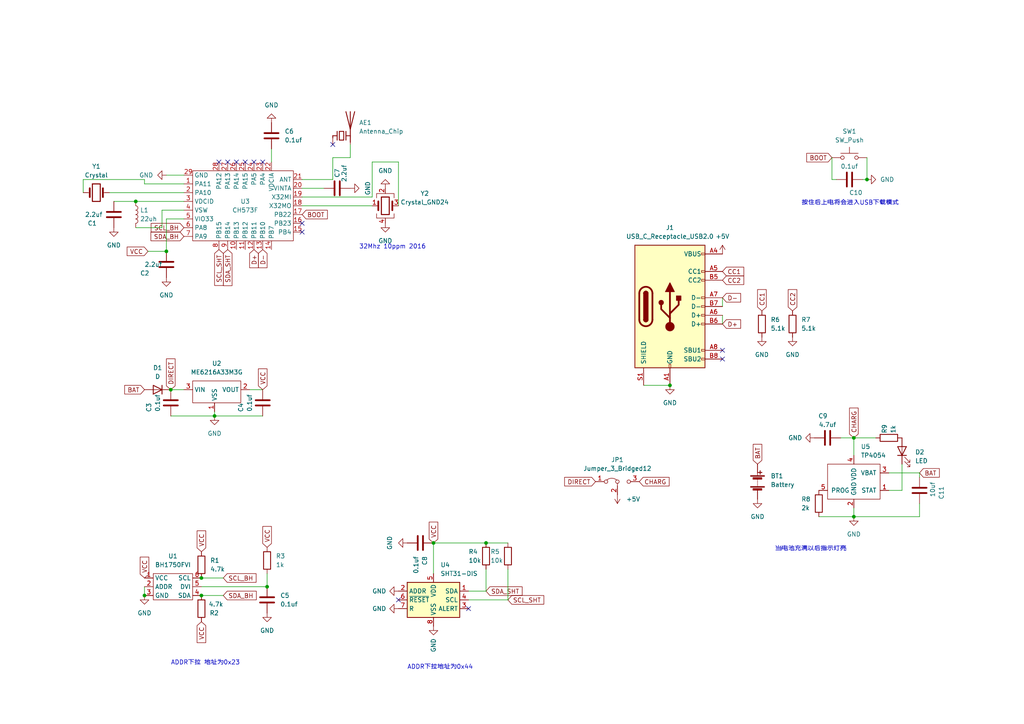
<source format=kicad_sch>
(kicad_sch (version 20211123) (generator eeschema)
  (paper "A4")
  (lib_symbols
    (symbol "BLab:BH1750FVI"
      (property "Reference" "U" (at 0 6.35 0))
      (property "Value" "BH1750FVI" (at 0 3.81 0))
      (symbol "BH1750FVI_0_1"
        (rectangle (start -6.35 2.54) (end 5.08 -5.08))
      )
      (symbol "BH1750FVI_1_1"
        (pin input line (at -8.89 1.27 0) (length 2.54) (name "VCC") (number "1"))
        (pin input line (at -8.89 -1.27 0) (length 2.54) (name "ADDR") (number "2"))
        (pin input line (at -8.89 -3.81 0) (length 2.54) (name "GND") (number "3"))
        (pin input line (at 7.62 -3.81 180) (length 2.54) (name "SDA") (number "4"))
        (pin input line (at 7.62 -1.27 180) (length 2.54) (name "DVI") (number "5"))
        (pin input line (at 7.62 1.27 180) (length 2.54) (name "SCL") (number "6"))
      )
    )
    (symbol "BLab:ME6216A33M3G"
      (property "Reference" "U" (at 0 6.35 0))
      (property "Value" "ME6216A33M3G" (at 0 3.81 0))
      (symbol "ME6216A33M3G_0_1"
        (rectangle (start -6.35 2.54) (end 7.62 -3.81))
      )
      (symbol "ME6216A33M3G_1_1"
        (pin passive line (at 0 -6.35 90) (length 2.54) (name "VSS") (number "1"))
        (pin passive line (at 10.16 0 180) (length 2.54) (name "VOUT") (number "2"))
        (pin passive line (at -8.89 0 0) (length 2.54) (name "VIN") (number "3"))
      )
    )
    (symbol "CH573F_1"
      (property "Reference" "U" (at 0 0 0))
      (property "Value" "CH573F_1" (at 0 2.54 0))
      (symbol "CH573F_1_0_1"
        (rectangle (start -15.24 11.43) (end 13.97 -8.89))
      )
      (symbol "CH573F_1_1_1"
        (pin passive line (at -17.78 7.62 0) (length 2.54) (name "PA11") (number "1"))
        (pin passive line (at -2.54 -11.43 90) (length 2.54) (name "PB13") (number "10"))
        (pin passive line (at 0 -11.43 90) (length 2.54) (name "PB12") (number "11"))
        (pin passive line (at 2.54 -11.43 90) (length 2.54) (name "PB11") (number "12"))
        (pin passive line (at 5.08 -11.43 90) (length 2.54) (name "PB10") (number "13"))
        (pin passive line (at 7.62 -11.43 90) (length 2.54) (name "PB7") (number "14"))
        (pin passive line (at 16.51 -6.35 180) (length 2.54) (name "PB4") (number "15"))
        (pin passive line (at 16.51 -3.81 180) (length 2.54) (name "PB23") (number "16"))
        (pin passive line (at 16.51 -1.27 180) (length 2.54) (name "PB22") (number "17"))
        (pin passive line (at 16.51 1.27 180) (length 2.54) (name "X32MO") (number "18"))
        (pin passive line (at 16.51 3.81 180) (length 2.54) (name "X32MI") (number "19"))
        (pin passive line (at -17.78 5.08 0) (length 2.54) (name "PA10") (number "2"))
        (pin passive line (at 16.51 6.35 180) (length 2.54) (name "VINTA") (number "20"))
        (pin passive line (at 16.51 8.89 180) (length 2.54) (name "ANT") (number "21"))
        (pin passive line (at 7.62 13.97 270) (length 2.54) (name "VDCIA") (number "22"))
        (pin passive line (at 5.08 13.97 270) (length 2.54) (name "PA4") (number "23"))
        (pin passive line (at 2.54 13.97 270) (length 2.54) (name "PA5") (number "24"))
        (pin passive line (at 0 13.97 270) (length 2.54) (name "PA15") (number "25"))
        (pin passive line (at -2.54 13.97 270) (length 2.54) (name "PA14") (number "26"))
        (pin passive line (at -5.08 13.97 270) (length 2.54) (name "PA13") (number "27"))
        (pin passive line (at -7.62 13.97 270) (length 2.54) (name "PA12") (number "28"))
        (pin passive line (at -17.78 10.16 0) (length 2.54) (name "GND") (number "29"))
        (pin passive line (at -17.78 2.54 0) (length 2.54) (name "VDCID") (number "3"))
        (pin passive line (at -17.78 0 0) (length 2.54) (name "VSW") (number "4"))
        (pin passive line (at -17.78 -2.54 0) (length 2.54) (name "VIO33") (number "5"))
        (pin passive line (at -17.78 -5.08 0) (length 2.54) (name "PA8") (number "6"))
        (pin passive line (at -17.78 -7.62 0) (length 2.54) (name "PA9") (number "7"))
        (pin passive line (at -7.62 -11.43 90) (length 2.54) (name "PB15") (number "8"))
        (pin passive line (at -5.08 -11.43 90) (length 2.54) (name "PB14") (number "9"))
      )
    )
    (symbol "Connector:USB_C_Receptacle_USB2.0" (pin_names (offset 1.016))
      (property "Reference" "J" (at -10.16 19.05 0))
      (property "Value" "USB_C_Receptacle_USB2.0" (at 19.05 19.05 0))
      (symbol "USB_C_Receptacle_USB2.0_0_0"
        (rectangle (start -0.254 -17.78) (end 0.254 -16.764))
        (rectangle (start 10.16 -14.986) (end 9.144 -15.494))
        (rectangle (start 10.16 -12.446) (end 9.144 -12.954))
        (rectangle (start 10.16 -4.826) (end 9.144 -5.334))
        (rectangle (start 10.16 -2.286) (end 9.144 -2.794))
        (rectangle (start 10.16 0.254) (end 9.144 -0.254))
        (rectangle (start 10.16 2.794) (end 9.144 2.286))
        (rectangle (start 10.16 7.874) (end 9.144 7.366))
        (rectangle (start 10.16 10.414) (end 9.144 9.906))
        (rectangle (start 10.16 15.494) (end 9.144 14.986))
      )
      (symbol "USB_C_Receptacle_USB2.0_0_1"
        (rectangle (start -10.16 17.78) (end 10.16 -17.78) (stroke (width 0.254)) (fill (type background)))
        (arc (start -8.89 -3.81) (mid -6.985 -5.715) (end -5.08 -3.81) (stroke (width 0.508)))
        (arc (start -7.62 -3.81) (mid -6.985 -4.445) (end -6.35 -3.81) (stroke (width 0.254)))
        (arc (start -7.62 -3.81) (mid -6.985 -4.445) (end -6.35 -3.81) (stroke (width 0.254)) (fill (type outline)))
        (rectangle (start -7.62 -3.81) (end -6.35 3.81) (stroke (width 0.254)) (fill (type outline)))
        (arc (start -6.35 3.81) (mid -6.985 4.445) (end -7.62 3.81) (stroke (width 0.254)))
        (arc (start -6.35 3.81) (mid -6.985 4.445) (end -7.62 3.81) (stroke (width 0.254)) (fill (type outline)))
        (arc (start -5.08 3.81) (mid -6.985 5.715) (end -8.89 3.81) (stroke (width 0.508)))
        (circle (center -2.54 1.143) (radius 0.635) (stroke (width 0.254)) (fill (type outline)))
        (circle (center 0 -5.842) (radius 1.27) (fill (type outline)))
        (polyline (pts (xy -8.89 -3.81) (xy -8.89 3.81)) (stroke (width 0.508)))
        (polyline (pts (xy -5.08 3.81) (xy -5.08 -3.81)) (stroke (width 0.508)))
        (polyline (pts (xy 0 -5.842) (xy 0 4.318)) (stroke (width 0.508)))
        (polyline (pts (xy 0 -3.302) (xy -2.54 -0.762) (xy -2.54 0.508)) (stroke (width 0.508)))
        (polyline (pts (xy 0 -2.032) (xy 2.54 0.508) (xy 2.54 1.778)) (stroke (width 0.508)))
        (polyline (pts (xy -1.27 4.318) (xy 0 6.858) (xy 1.27 4.318) (xy -1.27 4.318)) (stroke (width 0.254)) (fill (type outline)))
        (rectangle (start 1.905 1.778) (end 3.175 3.048) (stroke (width 0.254)) (fill (type outline)))
      )
      (symbol "USB_C_Receptacle_USB2.0_1_1"
        (pin passive line (at 0 -22.86 90) (length 5.08) (name "GND") (number "A1"))
        (pin passive line (at 0 -22.86 90) (length 5.08) hide (name "GND") (number "A12"))
        (pin passive line (at 15.24 15.24 180) (length 5.08) (name "VBUS") (number "A4"))
        (pin bidirectional line (at 15.24 10.16 180) (length 5.08) (name "CC1") (number "A5"))
        (pin bidirectional line (at 15.24 -2.54 180) (length 5.08) (name "D+") (number "A6"))
        (pin bidirectional line (at 15.24 2.54 180) (length 5.08) (name "D-") (number "A7"))
        (pin bidirectional line (at 15.24 -12.7 180) (length 5.08) (name "SBU1") (number "A8"))
        (pin passive line (at 15.24 15.24 180) (length 5.08) hide (name "VBUS") (number "A9"))
        (pin passive line (at 0 -22.86 90) (length 5.08) hide (name "GND") (number "B1"))
        (pin passive line (at 0 -22.86 90) (length 5.08) hide (name "GND") (number "B12"))
        (pin passive line (at 15.24 15.24 180) (length 5.08) hide (name "VBUS") (number "B4"))
        (pin bidirectional line (at 15.24 7.62 180) (length 5.08) (name "CC2") (number "B5"))
        (pin bidirectional line (at 15.24 -5.08 180) (length 5.08) (name "D+") (number "B6"))
        (pin bidirectional line (at 15.24 0 180) (length 5.08) (name "D-") (number "B7"))
        (pin bidirectional line (at 15.24 -15.24 180) (length 5.08) (name "SBU2") (number "B8"))
        (pin passive line (at 15.24 15.24 180) (length 5.08) hide (name "VBUS") (number "B9"))
        (pin passive line (at -7.62 -22.86 90) (length 5.08) (name "SHIELD") (number "S1"))
      )
    )
    (symbol "Device:Antenna_Chip" (pin_numbers hide) (pin_names (offset 1.016) hide)
      (property "Reference" "AE" (at 0 5.08 0))
      (property "Value" "Antenna_Chip" (at 0 3.175 0))
      (symbol "Antenna_Chip_0_1"
        (polyline (pts (xy -2.54 0) (xy -2.54 -0.635)) (stroke (width 0.254)))
        (polyline (pts (xy -2.54 0) (xy -1.27 0)) (stroke (width 0.254)))
        (polyline (pts (xy 1.27 0) (xy 2.54 0)) (stroke (width 0.254)))
        (polyline (pts (xy 1.27 1.27) (xy 1.27 -1.27)) (stroke (width 0.254)))
        (polyline (pts (xy 2.54 -0.635) (xy 2.54 0)))
        (polyline (pts (xy 2.54 6.985) (xy 2.54 -1.905)) (stroke (width 0.254)))
        (polyline (pts (xy -1.27 1.27) (xy -1.27 -1.27) (xy -1.27 0)) (stroke (width 0.254)))
        (polyline (pts (xy 3.81 6.985) (xy 2.54 1.905) (xy 1.27 6.985)) (stroke (width 0.254)))
        (polyline (pts (xy -0.635 1.27) (xy 0.635 1.27) (xy 0.635 -1.27) (xy -0.635 -1.27) (xy -0.635 1.27)) (stroke (width 0.254)))
      )
      (symbol "Antenna_Chip_1_1"
        (pin input line (at -2.54 -2.54 90) (length 2.54) (name "FEED") (number "1"))
        (pin passive line (at 2.54 -2.54 90) (length 2.54) (name "PCB_Trace") (number "2"))
      )
    )
    (symbol "Device:Battery" (pin_numbers hide) (pin_names (offset 0) hide)
      (property "Reference" "BT" (at 2.54 2.54 0))
      (property "Value" "Battery" (at 2.54 0 0))
      (symbol "Battery_0_1"
        (rectangle (start -2.032 -1.397) (end 2.032 -1.651) (fill (type outline)))
        (rectangle (start -2.032 1.778) (end 2.032 1.524) (fill (type outline)))
        (rectangle (start -1.3208 -1.9812) (end 1.27 -2.4892) (fill (type outline)))
        (rectangle (start -1.3208 1.1938) (end 1.27 0.6858) (fill (type outline)))
        (polyline (pts (xy 0 -1.524) (xy 0 -1.27)))
        (polyline (pts (xy 0 -1.016) (xy 0 -0.762)))
        (polyline (pts (xy 0 -0.508) (xy 0 -0.254)))
        (polyline (pts (xy 0 0) (xy 0 0.254)))
        (polyline (pts (xy 0 0.508) (xy 0 0.762)))
        (polyline (pts (xy 0 1.778) (xy 0 2.54)))
        (polyline (pts (xy 0.254 2.667) (xy 1.27 2.667)) (stroke (width 0.254)))
        (polyline (pts (xy 0.762 3.175) (xy 0.762 2.159)) (stroke (width 0.254)))
      )
      (symbol "Battery_1_1"
        (pin passive line (at 0 5.08 270) (length 2.54) (name "+") (number "1"))
        (pin passive line (at 0 -5.08 90) (length 2.54) (name "-") (number "2"))
      )
    )
    (symbol "Device:C" (pin_numbers hide) (pin_names (offset 0.254))
      (property "Reference" "C" (at 0.635 2.54 0))
      (property "Value" "C" (at 0.635 -2.54 0))
      (symbol "C_0_1"
        (polyline (pts (xy -2.032 -0.762) (xy 2.032 -0.762)) (stroke (width 0.508)))
        (polyline (pts (xy -2.032 0.762) (xy 2.032 0.762)) (stroke (width 0.508)))
      )
      (symbol "C_1_1"
        (pin passive line (at 0 3.81 270) (length 2.794) (name "~") (number "1"))
        (pin passive line (at 0 -3.81 90) (length 2.794) (name "~") (number "2"))
      )
    )
    (symbol "Device:Crystal" (pin_numbers hide) (pin_names (offset 1.016) hide)
      (property "Reference" "Y" (at 0 3.81 0))
      (property "Value" "Crystal" (at 0 -3.81 0))
      (symbol "Crystal_0_1"
        (rectangle (start -1.143 2.54) (end 1.143 -2.54) (stroke (width 0.3048)))
        (polyline (pts (xy -2.54 0) (xy -1.905 0)))
        (polyline (pts (xy -1.905 -1.27) (xy -1.905 1.27)) (stroke (width 0.508)))
        (polyline (pts (xy 1.905 -1.27) (xy 1.905 1.27)) (stroke (width 0.508)))
        (polyline (pts (xy 2.54 0) (xy 1.905 0)))
      )
      (symbol "Crystal_1_1"
        (pin passive line (at -3.81 0 0) (length 1.27) (name "1") (number "1"))
        (pin passive line (at 3.81 0 180) (length 1.27) (name "2") (number "2"))
      )
    )
    (symbol "Device:Crystal_GND24" (pin_names (offset 1.016) hide)
      (property "Reference" "Y" (at 3.175 5.08 0))
      (property "Value" "Crystal_GND24" (at 3.175 3.175 0))
      (symbol "Crystal_GND24_0_1"
        (rectangle (start -1.143 2.54) (end 1.143 -2.54) (stroke (width 0.3048)))
        (polyline (pts (xy -2.54 0) (xy -2.032 0)))
        (polyline (pts (xy -2.032 -1.27) (xy -2.032 1.27)) (stroke (width 0.508)))
        (polyline (pts (xy 0 -3.81) (xy 0 -3.556)))
        (polyline (pts (xy 0 3.556) (xy 0 3.81)))
        (polyline (pts (xy 2.032 -1.27) (xy 2.032 1.27)) (stroke (width 0.508)))
        (polyline (pts (xy 2.032 0) (xy 2.54 0)))
        (polyline (pts (xy -2.54 -2.286) (xy -2.54 -3.556) (xy 2.54 -3.556) (xy 2.54 -2.286)))
        (polyline (pts (xy -2.54 2.286) (xy -2.54 3.556) (xy 2.54 3.556) (xy 2.54 2.286)))
      )
      (symbol "Crystal_GND24_1_1"
        (pin passive line (at -3.81 0 0) (length 1.27) (name "1") (number "1"))
        (pin passive line (at 0 5.08 270) (length 1.27) (name "2") (number "2"))
        (pin passive line (at 3.81 0 180) (length 1.27) (name "3") (number "3"))
        (pin passive line (at 0 -5.08 90) (length 1.27) (name "4") (number "4"))
      )
    )
    (symbol "Device:D" (pin_numbers hide) (pin_names (offset 1.016) hide)
      (property "Reference" "D" (at 0 2.54 0))
      (property "Value" "D" (at 0 -2.54 0))
      (symbol "D_0_1"
        (polyline (pts (xy -1.27 1.27) (xy -1.27 -1.27)) (stroke (width 0.254)))
        (polyline (pts (xy 1.27 0) (xy -1.27 0)))
        (polyline (pts (xy 1.27 1.27) (xy 1.27 -1.27) (xy -1.27 0) (xy 1.27 1.27)) (stroke (width 0.254)))
      )
      (symbol "D_1_1"
        (pin passive line (at -3.81 0 0) (length 2.54) (name "K") (number "1"))
        (pin passive line (at 3.81 0 180) (length 2.54) (name "A") (number "2"))
      )
    )
    (symbol "Device:L" (pin_numbers hide) (pin_names (offset 1.016) hide)
      (property "Reference" "L" (at -1.27 0 90))
      (property "Value" "L" (at 1.905 0 90))
      (symbol "L_0_1"
        (arc (start 0 -2.54) (mid 0.635 -1.905) (end 0 -1.27))
        (arc (start 0 -1.27) (mid 0.635 -0.635) (end 0 0))
        (arc (start 0 0) (mid 0.635 0.635) (end 0 1.27))
        (arc (start 0 1.27) (mid 0.635 1.905) (end 0 2.54))
      )
      (symbol "L_1_1"
        (pin passive line (at 0 3.81 270) (length 1.27) (name "1") (number "1"))
        (pin passive line (at 0 -3.81 90) (length 1.27) (name "2") (number "2"))
      )
    )
    (symbol "Device:LED" (pin_numbers hide) (pin_names (offset 1.016) hide)
      (property "Reference" "D" (at 0 2.54 0))
      (property "Value" "LED" (at 0 -2.54 0))
      (symbol "LED_0_1"
        (polyline (pts (xy -1.27 -1.27) (xy -1.27 1.27)) (stroke (width 0.254)))
        (polyline (pts (xy -1.27 0) (xy 1.27 0)))
        (polyline (pts (xy 1.27 -1.27) (xy 1.27 1.27) (xy -1.27 0) (xy 1.27 -1.27)) (stroke (width 0.254)))
        (polyline (pts (xy -3.048 -0.762) (xy -4.572 -2.286) (xy -3.81 -2.286) (xy -4.572 -2.286) (xy -4.572 -1.524)))
        (polyline (pts (xy -1.778 -0.762) (xy -3.302 -2.286) (xy -2.54 -2.286) (xy -3.302 -2.286) (xy -3.302 -1.524)))
      )
      (symbol "LED_1_1"
        (pin passive line (at -3.81 0 0) (length 2.54) (name "K") (number "1"))
        (pin passive line (at 3.81 0 180) (length 2.54) (name "A") (number "2"))
      )
    )
    (symbol "Device:R" (pin_numbers hide) (pin_names (offset 0))
      (property "Reference" "R" (at 2.032 0 90))
      (property "Value" "R" (at 0 0 90))
      (symbol "R_0_1"
        (rectangle (start -1.016 -2.54) (end 1.016 2.54) (stroke (width 0.254)))
      )
      (symbol "R_1_1"
        (pin passive line (at 0 3.81 270) (length 1.27) (name "~") (number "1"))
        (pin passive line (at 0 -3.81 90) (length 1.27) (name "~") (number "2"))
      )
    )
    (symbol "Jumper:Jumper_3_Bridged12" (pin_names (offset 0) hide)
      (property "Reference" "JP" (at -2.54 -2.54 0))
      (property "Value" "Jumper_3_Bridged12" (at 0 2.794 0))
      (symbol "Jumper_3_Bridged12_0_0"
        (circle (center -3.302 0) (radius 0.508))
        (circle (center 0 0) (radius 0.508))
        (circle (center 3.302 0) (radius 0.508))
      )
      (symbol "Jumper_3_Bridged12_0_1"
        (arc (start -0.254 0.508) (mid -1.651 0.9912) (end -3.048 0.508))
        (polyline (pts (xy 0 -1.27) (xy 0 -0.508)))
      )
      (symbol "Jumper_3_Bridged12_1_1"
        (pin passive line (at -6.35 0 0) (length 2.54) (name "A") (number "1"))
        (pin passive line (at 0 -3.81 90) (length 2.54) (name "C") (number "2"))
        (pin passive line (at 6.35 0 180) (length 2.54) (name "B") (number "3"))
      )
    )
    (symbol "Sensor_Humidity:SHT31-DIS"
      (property "Reference" "U" (at -6.35 6.35 0))
      (property "Value" "SHT31-DIS" (at 6.35 6.35 0))
      (symbol "SHT31-DIS_0_1"
        (rectangle (start -7.62 5.08) (end 7.62 -5.08) (stroke (width 0.254)) (fill (type background)))
      )
      (symbol "SHT31-DIS_1_1"
        (pin bidirectional line (at 10.16 2.54 180) (length 2.54) (name "SDA") (number "1"))
        (pin input line (at -10.16 2.54 0) (length 2.54) (name "ADDR") (number "2"))
        (pin output line (at 10.16 -2.54 180) (length 2.54) (name "ALERT") (number "3"))
        (pin input line (at 10.16 0 180) (length 2.54) (name "SCL") (number "4"))
        (pin power_in line (at 0 7.62 270) (length 2.54) (name "VDD") (number "5"))
        (pin input line (at -10.16 0 0) (length 2.54) (name "~{RESET}") (number "6"))
        (pin passive line (at -10.16 -2.54 0) (length 2.54) (name "R") (number "7"))
        (pin power_in line (at 0 -7.62 90) (length 2.54) (name "VSS") (number "8"))
        (pin passive line (at 0 -7.62 90) (length 2.54) hide (name "VSS") (number "9"))
      )
    )
    (symbol "Switch:SW_Push" (pin_numbers hide) (pin_names (offset 1.016) hide)
      (property "Reference" "SW" (at 1.27 2.54 0))
      (property "Value" "SW_Push" (at 0 -1.524 0))
      (symbol "SW_Push_0_1"
        (circle (center -2.032 0) (radius 0.508))
        (polyline (pts (xy 0 1.27) (xy 0 3.048)))
        (polyline (pts (xy 2.54 1.27) (xy -2.54 1.27)))
        (circle (center 2.032 0) (radius 0.508))
        (pin passive line (at -5.08 0 0) (length 2.54) (name "1") (number "1"))
        (pin passive line (at 5.08 0 180) (length 2.54) (name "2") (number "2"))
      )
    )
    (symbol "my:TP4054" (pin_names (offset 1.016))
      (property "Reference" "U" (at -5.08 7.62 0))
      (property "Value" "TP4054" (at -5.08 5.08 0))
      (symbol "TP4054_0_1"
        (rectangle (start -7.62 3.81) (end 7.62 -6.35))
      )
      (symbol "TP4054_1_1"
        (pin passive line (at 10.16 -3.81 180) (length 2.54) (name "STAT") (number "1"))
        (pin passive line (at 0 -8.89 90) (length 2.54) (name "GND") (number "2"))
        (pin passive line (at 10.16 1.27 180) (length 2.54) (name "VBAT") (number "3"))
        (pin passive line (at 0 6.35 270) (length 2.54) (name "VDD") (number "4"))
        (pin passive line (at -10.16 -3.81 0) (length 2.54) (name "PROG") (number "5"))
      )
    )
    (symbol "power:+5V" (power) (pin_names (offset 0))
      (property "Value" "+5V" (at 0 3.556 0))
      (symbol "+5V_0_1"
        (polyline (pts (xy -0.762 1.27) (xy 0 2.54)))
        (polyline (pts (xy 0 0) (xy 0 2.54)))
        (polyline (pts (xy 0 2.54) (xy 0.762 1.27)))
      )
      (symbol "+5V_1_1"
        (pin power_in line (at 0 0 90) (length 0) hide (name "+5V") (number "1"))
      )
    )
    (symbol "power:GND" (power) (pin_names (offset 0))
      (property "Value" "GND" (at 0 -3.81 0))
      (symbol "GND_0_1"
        (polyline (pts (xy 0 0) (xy 0 -1.27) (xy 1.27 -1.27) (xy 0 -2.54) (xy -1.27 -1.27) (xy 0 -1.27)))
      )
      (symbol "GND_1_1"
        (pin power_in line (at 0 0 270) (length 0) hide (name "GND") (number "1"))
      )
    )
  )
  (junction (at 125.73 157.48))
  (junction (at 39.37 58.42))
  (junction (at 247.65 127))
  (junction (at 58.42 167.64))
  (junction (at 58.42 172.72))
  (junction (at 77.47 170.18))
  (junction (at 194.31 111.76))
  (junction (at 48.26 72.898))
  (junction (at 62.23 120.65))
  (junction (at 41.91 172.72))
  (junction (at 251.46 52.07))
  (junction (at 140.97 157.48))
  (junction (at 247.65 149.86))
  (junction (at 49.53 113.03))
  (no_connect (at 87.63 64.77))
  (no_connect (at 87.63 67.31))
  (no_connect (at 209.55 101.6))
  (no_connect (at 209.55 104.14))
  (no_connect (at 96.52 41.91))
  (no_connect (at 115.57 173.99))
  (no_connect (at 73.66 46.99))
  (no_connect (at 71.12 46.99))
  (no_connect (at 68.58 46.99))
  (no_connect (at 66.04 46.99))
  (no_connect (at 63.5 46.99))
  (no_connect (at 76.2 46.99))
  (no_connect (at 135.89 176.53))
  (wire (pts (xy 125.73 157.48) (xy 140.97 157.48)))
  (wire (pts (xy 140.97 171.45) (xy 135.89 171.45)))
  (wire (pts (xy 87.63 57.15) (xy 107.95 57.15)))
  (wire (pts (xy 247.65 127) (xy 243.84 127)))
  (wire (pts (xy 42.926 72.898) (xy 48.26 72.898)))
  (wire (pts (xy 62.23 119.38) (xy 62.23 120.65)))
  (wire (pts (xy 72.39 113.03) (xy 76.2 113.03)))
  (wire (pts (xy 78.74 43.18) (xy 78.74 46.99)))
  (wire (pts (xy 147.32 173.99) (xy 147.32 165.1)))
  (wire (pts (xy 62.23 120.65) (xy 76.2 120.65)))
  (wire (pts (xy 209.55 86.36) (xy 209.55 88.9)))
  (wire (pts (xy 53.34 63.5) (xy 48.26 63.5)))
  (wire (pts (xy 87.63 59.69) (xy 107.95 59.69)))
  (wire (pts (xy 107.95 46.99) (xy 115.57 46.99)))
  (wire (pts (xy 250.19 52.07) (xy 251.46 52.07)))
  (wire (pts (xy 251.46 45.72) (xy 251.46 52.07)))
  (wire (pts (xy 266.7 146.05) (xy 266.7 149.86)))
  (wire (pts (xy 31.75 55.88) (xy 53.34 55.88)))
  (wire (pts (xy 77.47 170.18) (xy 77.47 166.37)))
  (wire (pts (xy 39.37 66.04) (xy 46.99 66.04)))
  (wire (pts (xy 41.91 52.07) (xy 41.91 53.34)))
  (wire (pts (xy 261.62 142.24) (xy 261.62 134.62)))
  (wire (pts (xy 257.81 137.16) (xy 266.7 137.16)))
  (wire (pts (xy 96.52 45.72) (xy 96.52 52.07)))
  (wire (pts (xy 247.65 132.08) (xy 247.65 127)))
  (wire (pts (xy 101.6 45.72) (xy 96.52 45.72)))
  (wire (pts (xy 247.65 127) (xy 254 127)))
  (wire (pts (xy 266.7 149.86) (xy 247.65 149.86)))
  (wire (pts (xy 46.99 60.96) (xy 53.34 60.96)))
  (wire (pts (xy 125.73 166.37) (xy 125.73 157.48)))
  (wire (pts (xy 41.91 53.34) (xy 53.34 53.34)))
  (wire (pts (xy 48.26 50.8) (xy 53.34 50.8)))
  (wire (pts (xy 48.26 63.5) (xy 48.26 72.898)))
  (wire (pts (xy 266.7 137.16) (xy 266.7 138.43)))
  (wire (pts (xy 87.63 52.07) (xy 96.52 52.07)))
  (wire (pts (xy 24.13 52.07) (xy 41.91 52.07)))
  (wire (pts (xy 58.42 172.72) (xy 64.77 172.72)))
  (wire (pts (xy 241.3 52.07) (xy 242.57 52.07)))
  (wire (pts (xy 247.65 149.86) (xy 247.65 147.32)))
  (wire (pts (xy 135.89 173.99) (xy 147.32 173.99)))
  (wire (pts (xy 237.49 149.86) (xy 247.65 149.86)))
  (wire (pts (xy 33.02 58.42) (xy 39.37 58.42)))
  (wire (pts (xy 46.99 66.04) (xy 46.99 60.96)))
  (wire (pts (xy 257.81 142.24) (xy 261.62 142.24)))
  (wire (pts (xy 24.13 52.07) (xy 24.13 55.88)))
  (wire (pts (xy 41.91 170.18) (xy 41.91 172.72)))
  (wire (pts (xy 140.97 157.48) (xy 147.32 157.48)))
  (wire (pts (xy 58.42 170.18) (xy 77.47 170.18)))
  (wire (pts (xy 107.95 57.15) (xy 107.95 46.99)))
  (wire (pts (xy 49.53 113.03) (xy 53.34 113.03)))
  (wire (pts (xy 115.57 46.99) (xy 115.57 59.69)))
  (wire (pts (xy 49.53 120.65) (xy 62.23 120.65)))
  (wire (pts (xy 241.3 45.72) (xy 241.3 52.07)))
  (wire (pts (xy 186.69 111.76) (xy 194.31 111.76)))
  (wire (pts (xy 140.97 165.1) (xy 140.97 171.45)))
  (wire (pts (xy 209.55 91.44) (xy 209.55 93.98)))
  (wire (pts (xy 39.37 58.42) (xy 53.34 58.42)))
  (wire (pts (xy 87.63 54.61) (xy 93.98 54.61)))
  (wire (pts (xy 101.6 41.91) (xy 101.6 45.72)))
  (wire (pts (xy 58.42 167.64) (xy 64.77 167.64)))
  (text "按住后上电将会进入USB下载模式" (at 232.41 59.69 0) (effects (font (size 1.27 1.27)) (justify left bottom)))
  (text "ADDR下拉 地址为0x23" (at 49.53 193.04 0) (effects (font (size 1.27 1.27)) (justify left bottom)))
  (text "ADDR下拉地址为0x44" (at 118.11 194.31 0) (effects (font (size 1.27 1.27)) (justify left bottom)))
  (text "32Mhz 10ppm 2016" (at 104.14 72.39 0) (effects (font (size 1.27 1.27)) (justify left bottom)))
  (text "当电池充满以后指示灯亮" (at 224.79 160.02 0) (effects (font (size 1.27 1.27)) (justify left bottom)))
  (global_label "SDA_BH" (shape input) (at 64.77 172.72 0) (property "Intersheet References" "${INTERSHEET_REFS}" (effects hide)))
  (global_label "BAT" (shape input) (at 219.71 134.62 90) (property "Intersheet References" "${INTERSHEET_REFS}" (effects hide)))
  (global_label "D-" (shape input) (at 76.2 72.39 270) (property "Intersheet References" "${INTERSHEET_REFS}" (effects hide)))
  (global_label "CHARG" (shape input) (at 247.65 127 90) (property "Intersheet References" "${INTERSHEET_REFS}" (effects hide)))
  (global_label "CC1" (shape input) (at 220.98 90.17 90) (property "Intersheet References" "${INTERSHEET_REFS}" (effects hide)))
  (global_label "VCC" (shape input) (at 58.42 160.02 90) (property "Intersheet References" "${INTERSHEET_REFS}" (effects hide)))
  (global_label "BAT" (shape input) (at 41.91 113.03 180) (property "Intersheet References" "${INTERSHEET_REFS}" (effects hide)))
  (global_label "VCC" (shape input) (at 42.926 72.898 180) (property "Intersheet References" "${INTERSHEET_REFS}" (effects hide)))
  (global_label "SCL_BH" (shape input) (at 64.77 167.64 0) (property "Intersheet References" "${INTERSHEET_REFS}" (effects hide)))
  (global_label "CC2" (shape input) (at 209.55 81.28 0) (property "Intersheet References" "${INTERSHEET_REFS}" (effects hide)))
  (global_label "VCC" (shape input) (at 58.42 180.34 270) (property "Intersheet References" "${INTERSHEET_REFS}" (effects hide)))
  (global_label "SCL_SHT" (shape input) (at 63.5 72.39 270) (property "Intersheet References" "${INTERSHEET_REFS}" (effects hide)))
  (global_label "DIRECT" (shape input) (at 49.53 113.03 90) (property "Intersheet References" "${INTERSHEET_REFS}" (effects hide)))
  (global_label "BOOT" (shape input) (at 241.3 45.72 180) (property "Intersheet References" "${INTERSHEET_REFS}" (effects hide)))
  (global_label "VCC" (shape input) (at 76.2 113.03 90) (property "Intersheet References" "${INTERSHEET_REFS}" (effects hide)))
  (global_label "CC2" (shape input) (at 229.87 90.17 90) (property "Intersheet References" "${INTERSHEET_REFS}" (effects hide)))
  (global_label "D+" (shape input) (at 73.66 72.39 270) (property "Intersheet References" "${INTERSHEET_REFS}" (effects hide)))
  (global_label "VCC" (shape input) (at 41.91 167.64 90) (property "Intersheet References" "${INTERSHEET_REFS}" (effects hide)))
  (global_label "SCL_SHT" (shape input) (at 147.32 173.99 0) (property "Intersheet References" "${INTERSHEET_REFS}" (effects hide)))
  (global_label "BOOT" (shape input) (at 87.63 62.23 0) (property "Intersheet References" "${INTERSHEET_REFS}" (effects hide)))
  (global_label "SCL_BH" (shape input) (at 53.34 66.04 180) (property "Intersheet References" "${INTERSHEET_REFS}" (effects hide)))
  (global_label "CHARG" (shape input) (at 185.42 139.7 0) (property "Intersheet References" "${INTERSHEET_REFS}" (effects hide)))
  (global_label "D+" (shape input) (at 209.55 93.98 0) (property "Intersheet References" "${INTERSHEET_REFS}" (effects hide)))
  (global_label "VCC" (shape input) (at 77.47 158.75 90) (property "Intersheet References" "${INTERSHEET_REFS}" (effects hide)))
  (global_label "SDA_SHT" (shape input) (at 140.97 171.45 0) (property "Intersheet References" "${INTERSHEET_REFS}" (effects hide)))
  (global_label "SDA_BH" (shape input) (at 53.34 68.58 180) (property "Intersheet References" "${INTERSHEET_REFS}" (effects hide)))
  (global_label "SDA_SHT" (shape input) (at 66.04 72.39 270) (property "Intersheet References" "${INTERSHEET_REFS}" (effects hide)))
  (global_label "BAT" (shape input) (at 266.7 137.16 0) (property "Intersheet References" "${INTERSHEET_REFS}" (effects hide)))
  (global_label "CC1" (shape input) (at 209.55 78.74 0) (property "Intersheet References" "${INTERSHEET_REFS}" (effects hide)))
  (global_label "VCC" (shape input) (at 125.73 157.48 90) (property "Intersheet References" "${INTERSHEET_REFS}" (effects hide)))
  (global_label "D-" (shape input) (at 209.55 86.36 0) (property "Intersheet References" "${INTERSHEET_REFS}" (effects hide)))
  (global_label "DIRECT" (shape input) (at 172.72 139.7 180) (property "Intersheet References" "${INTERSHEET_REFS}" (effects hide)))
  (symbol (lib_id "power:GND") (at 33.02 66.04 0) (unit 1)
    (property "Reference" "#PWR01" (effects hide))
    (property "Value" "GND" (at 33.02 71.12 0))
  )
  (symbol (lib_id "power:GND") (at 236.22 127 270) (unit 1)
    (property "Reference" "#PWR021" (effects hide))
    (property "Value" "GND" (at 228.6 127 90) (effects (justify left)))
  )
  (symbol (lib_id "power:GND") (at 48.26 80.518 0) (unit 1)
    (property "Reference" "#PWR04" (effects hide))
    (property "Value" "GND" (at 48.26 85.598 0))
  )
  (symbol (lib_id "power:+5V") (at 209.55 73.66 0) (unit 1)
    (property "Reference" "#PWR017" (effects hide))
    (property "Value" "+5V" (at 209.55 68.58 0))
  )
  (symbol (lib_id "power:GND") (at 194.31 111.76 0) (unit 1)
    (property "Reference" "#PWR016" (effects hide))
    (property "Value" "GND" (at 194.31 116.84 0))
  )
  (symbol (lib_id "power:GND") (at 118.11 157.48 270) (unit 1)
    (property "Reference" "#PWR013" (effects hide))
    (property "Value" "GND" (at 113.03 157.48 0))
  )
  (symbol (lib_id "Device:C") (at 77.47 173.99 0) (unit 1)
    (property "Reference" "C5" (at 81.28 172.7199 0) (effects (justify left)))
    (property "Value" "0.1uf" (at 81.28 175.2599 0) (effects (justify left)))
    (property "Footprint" "Capacitor_SMD:C_0402_1005Metric" (effects hide))
  )
  (symbol (lib_id "Sensor_Humidity:SHT31-DIS") (at 125.73 173.99 0) (unit 1)
    (property "Reference" "U4" (at 127.7494 163.83 0) (effects (justify left)))
    (property "Value" "SHT31-DIS" (at 127.7494 166.37 0) (effects (justify left)))
    (property "Footprint" "Sensor_Humidity:Sensirion_DFN-8-1EP_2.5x2.5mm_P0.5mm_EP1.1x1.7mm" (effects hide))
    (property "Datasheet" "https://www.sensirion.com/fileadmin/user_upload/customers/sensirion/Dokumente/2_Humidity_Sensors/Datasheets/Sensirion_Humidity_Sensors_SHT3x_Datasheet_digital.pdf" (effects hide))
  )
  (symbol (lib_id "power:GND") (at 111.76 64.77 0) (unit 1)
    (property "Reference" "#PWR010" (effects hide))
    (property "Value" "GND" (at 111.76 69.85 0))
  )
  (symbol (lib_id "BLab:BH1750FVI") (at 50.8 168.91 0) (unit 1)
    (property "Reference" "U1" (at 50.165 161.29 0))
    (property "Value" "BH1750FVI" (at 50.165 163.83 0))
    (property "Footprint" "BLab:BH1750FVI" (effects hide))
  )
  (symbol (lib_id "Device:R") (at 77.47 162.56 0) (unit 1)
    (property "Reference" "R3" (at 80.01 161.2899 0) (effects (justify left)))
    (property "Value" "1k" (at 80.01 163.8299 0) (effects (justify left)))
    (property "Footprint" "Resistor_SMD:R_0402_1005Metric" (effects hide))
  )
  (symbol (lib_id "Device:C") (at 78.74 39.37 0) (unit 1)
    (property "Reference" "C6" (at 82.55 38.0999 0) (effects (justify left)))
    (property "Value" "0.1uf" (at 82.55 40.6399 0) (effects (justify left)))
    (property "Footprint" "Capacitor_SMD:C_0402_1005Metric" (effects hide))
  )
  (symbol (lib_id "Jumper:Jumper_3_Bridged12") (at 179.07 139.7 0) (unit 1)
    (property "Reference" "JP1" (at 179.07 133.35 0))
    (property "Value" "Jumper_3_Bridged12" (at 179.07 135.89 0))
    (property "Footprint" "Jumper:SolderJumper-3_P1.3mm_Open_RoundedPad1.0x1.5mm" (effects hide))
  )
  (symbol (lib_id "power:+5V") (at 179.07 143.51 180) (unit 1)
    (property "Reference" "#PWR015" (effects hide))
    (property "Value" "+5V" (at 181.61 144.7799 0) (effects (justify right)))
  )
  (symbol (lib_id "Device:L") (at 39.37 62.23 0) (unit 1)
    (property "Reference" "L1" (at 40.64 60.9599 0) (effects (justify left)))
    (property "Value" "22uh" (at 40.64 63.4999 0) (effects (justify left)))
    (property "Footprint" "Inductor_SMD:L_Taiyo-Yuden_MD-2020" (effects hide))
  )
  (symbol (lib_id "power:GND") (at 41.91 172.72 0) (unit 1)
    (property "Reference" "#PWR02" (effects hide))
    (property "Value" "GND" (at 41.91 177.8 0))
  )
  (symbol (lib_id "Device:R") (at 58.42 176.53 180) (unit 1)
    (property "Reference" "R2" (at 63.5 177.8 0) (effects (justify left)))
    (property "Value" "4.7k" (at 64.77 175.26 0) (effects (justify left)))
    (property "Footprint" "Resistor_SMD:R_0402_1005Metric" (effects hide))
  )
  (symbol (lib_id "Device:R") (at 220.98 93.98 0) (unit 1)
    (property "Reference" "R6" (at 223.52 92.7099 0) (effects (justify left)))
    (property "Value" "5.1k" (at 223.52 95.2499 0) (effects (justify left)))
    (property "Footprint" "Resistor_SMD:R_0402_1005Metric" (effects hide))
  )
  (symbol (lib_id "Device:R") (at 237.49 146.05 0) (unit 1)
    (property "Reference" "R8" (at 232.41 144.78 0) (effects (justify left)))
    (property "Value" "2k" (at 232.41 147.32 0) (effects (justify left)))
    (property "Footprint" "Resistor_SMD:R_0402_1005Metric" (effects hide))
  )
  (symbol (lib_id "power:GND") (at 220.98 97.79 0) (unit 1)
    (property "Reference" "#PWR019" (effects hide))
    (property "Value" "GND" (at 220.98 102.87 0))
  )
  (symbol (lib_id "power:GND") (at 115.57 171.45 270) (unit 1)
    (property "Reference" "#PWR011" (effects hide))
    (property "Value" "GND" (at 107.95 171.45 90) (effects (justify left)))
  )
  (symbol (lib_id "power:GND") (at 251.46 52.07 90) (unit 1)
    (property "Reference" "#PWR023" (effects hide))
    (property "Value" "GND" (at 255.27 52.0699 90) (effects (justify right)))
  )
  (symbol (lib_id "Device:R") (at 229.87 93.98 0) (unit 1)
    (property "Reference" "R7" (at 232.41 92.7099 0) (effects (justify left)))
    (property "Value" "5.1k" (at 232.41 95.2499 0) (effects (justify left)))
    (property "Footprint" "Resistor_SMD:R_0402_1005Metric" (effects hide))
  )
  (symbol (lib_id "power:GND") (at 62.23 120.65 0) (unit 1)
    (property "Reference" "#PWR05" (effects hide))
    (property "Value" "GND" (at 62.23 125.73 0))
  )
  (symbol (lib_id "BLab:ME6216A33M3G") (at 62.23 113.03 0) (unit 1)
    (property "Reference" "U2" (at 62.865 105.41 0))
    (property "Value" "ME6216A33M3G" (at 62.865 107.95 0))
    (property "Footprint" "Package_TO_SOT_SMD:SOT-23" (effects hide))
  )
  (symbol (lib_id "Device:D") (at 45.72 113.03 180) (unit 1)
    (property "Reference" "D1" (at 45.72 106.68 0))
    (property "Value" "D" (at 45.72 109.22 0))
    (property "Footprint" "Diode_SMD:D_0402_1005Metric" (effects hide))
  )
  (symbol (lib_id "Device:Crystal_GND24") (at 111.76 59.69 0) (unit 1)
    (property "Reference" "Y2" (at 123.19 56.1086 0))
    (property "Value" "Crystal_GND24" (at 123.19 58.6486 0))
    (property "Footprint" "Crystal:Crystal_SMD_2016-4Pin_2.0x1.6mm" (effects hide))
  )
  (symbol (lib_id "Device:C") (at 266.7 142.24 0) (unit 1)
    (property "Reference" "C11" (at 273.05 140.97 90) (effects (justify right)))
    (property "Value" "10uf" (at 270.51 139.7 90) (effects (justify right)))
    (property "Footprint" "Capacitor_SMD:C_0402_1005Metric" (effects hide))
  )
  (symbol (lib_id "power:GND") (at 48.26 50.8 270) (unit 1)
    (property "Reference" "#PWR03" (effects hide))
    (property "Value" "GND" (at 44.45 50.7999 90) (effects (justify right)))
  )
  (symbol (lib_id "Device:R") (at 147.32 161.29 0) (unit 1)
    (property "Reference" "R5" (at 142.24 160.02 0) (effects (justify left)))
    (property "Value" "10k" (at 142.24 162.56 0) (effects (justify left)))
    (property "Footprint" "Resistor_SMD:R_0402_1005Metric" (effects hide))
  )
  (symbol (lib_name "CH573F_1") (lib_id "BLab:CH573F") (at 71.12 60.96 0) (unit 1)
    (property "Reference" "U3" (at 71.12 58.42 0))
    (property "Value" "CH573F" (at 71.12 60.96 0))
    (property "Footprint" "Package_DFN_QFN:QFN-28-1EP_4x4mm_P0.45mm_EP2.4x2.4mm" (effects hide))
  )
  (symbol (lib_id "power:GND") (at 229.87 97.79 0) (unit 1)
    (property "Reference" "#PWR020" (effects hide))
    (property "Value" "GND" (at 229.87 102.87 0))
  )
  (symbol (lib_id "Connector:USB_C_Receptacle_USB2.0") (at 194.31 88.9 0) (unit 1)
    (property "Reference" "J1" (at 194.31 66.04 0))
    (property "Value" "USB_C_Receptacle_USB2.0" (at 194.31 68.58 0))
    (property "Footprint" "Connector_USB:USB_C_Receptacle_HRO_TYPE-C-31-M-12" (effects hide))
    (property "Datasheet" "https://www.usb.org/sites/default/files/documents/usb_type-c.zip" (effects hide))
  )
  (symbol (lib_id "Device:R") (at 140.97 161.29 0) (unit 1)
    (property "Reference" "R4" (at 135.89 160.02 0) (effects (justify left)))
    (property "Value" "10k" (at 135.89 162.56 0) (effects (justify left)))
    (property "Footprint" "Resistor_SMD:R_0402_1005Metric" (effects hide))
  )
  (symbol (lib_id "Device:Battery") (at 219.71 139.7 0) (unit 1)
    (property "Reference" "BT1" (at 223.52 138.0489 0) (effects (justify left)))
    (property "Value" "Battery" (at 223.52 140.5889 0) (effects (justify left)))
    (property "Footprint" "Battery:BatteryHolder_Keystone_1058_1x2032" (effects hide))
  )
  (symbol (lib_id "Device:C") (at 97.79 54.61 270) (unit 1)
    (property "Reference" "C7" (at 97.79 51.562 0) (effects (justify right)))
    (property "Value" "2.2uf" (at 99.822 52.832 0) (effects (justify right)))
    (property "Footprint" "Capacitor_SMD:C_0402_1005Metric" (effects hide))
  )
  (symbol (lib_id "power:GND") (at 78.74 35.56 180) (unit 1)
    (property "Reference" "#PWR07" (effects hide))
    (property "Value" "GND" (at 78.74 30.48 0))
  )
  (symbol (lib_id "Device:Antenna_Chip") (at 99.06 39.37 0) (unit 1)
    (property "Reference" "AE1" (at 104.14 35.5599 0) (effects (justify left)))
    (property "Value" "Antenna_Chip" (at 104.14 38.0999 0) (effects (justify left)))
    (property "Footprint" "BLab:CA-03" (effects hide))
  )
  (symbol (lib_id "power:GND") (at 101.6 54.61 90) (unit 1)
    (property "Reference" "#PWR08" (effects hide))
    (property "Value" "GND" (at 106.68 54.61 0))
  )
  (symbol (lib_id "Device:C") (at 246.38 52.07 270) (unit 1)
    (property "Reference" "C10" (at 250.19 55.88 90) (effects (justify right)))
    (property "Value" "0.1uf" (at 248.92 48.26 90) (effects (justify right)))
    (property "Footprint" "Capacitor_SMD:C_0402_1005Metric" (effects hide))
  )
  (symbol (lib_id "Device:C") (at 48.26 76.708 180) (unit 1)
    (property "Reference" "C2" (at 40.64 79.248 0) (effects (justify right)))
    (property "Value" "2.2uf" (at 41.91 76.708 0) (effects (justify right)))
    (property "Footprint" "Capacitor_SMD:C_0402_1005Metric" (effects hide))
  )
  (symbol (lib_id "Device:C") (at 33.02 62.23 180) (unit 1)
    (property "Reference" "C1" (at 25.4 64.77 0) (effects (justify right)))
    (property "Value" "2.2uf" (at 24.638 62.23 0) (effects (justify right)))
    (property "Footprint" "Capacitor_SMD:C_0402_1005Metric" (effects hide))
  )
  (symbol (lib_id "power:GND") (at 247.65 149.86 0) (unit 1)
    (property "Reference" "#PWR022" (effects hide))
    (property "Value" "GND" (at 247.65 154.94 0))
  )
  (symbol (lib_id "Device:C") (at 49.53 116.84 0) (unit 1)
    (property "Reference" "C3" (at 43.18 116.84 90) (effects (justify right)))
    (property "Value" "0.1uf" (at 45.72 114.3 90) (effects (justify right)))
    (property "Footprint" "Capacitor_SMD:C_0402_1005Metric" (effects hide))
  )
  (symbol (lib_id "Device:Crystal") (at 27.94 55.88 0) (unit 1)
    (property "Reference" "Y1" (at 27.94 48.26 0))
    (property "Value" "Crystal" (at 27.94 50.8 0))
    (property "Footprint" "Crystal:Crystal_SMD_2012-2Pin_2.0x1.2mm_HandSoldering" (effects hide))
  )
  (symbol (lib_id "power:GND") (at 115.57 176.53 270) (unit 1)
    (property "Reference" "#PWR012" (effects hide))
    (property "Value" "GND" (at 107.95 176.53 90) (effects (justify left)))
  )
  (symbol (lib_id "power:GND") (at 111.76 54.61 180) (unit 1)
    (property "Reference" "#PWR09" (effects hide))
    (property "Value" "GND" (at 111.76 49.53 0))
  )
  (symbol (lib_id "Device:C") (at 121.92 157.48 270) (unit 1)
    (property "Reference" "C8" (at 123.1901 161.29 0) (effects (justify left)))
    (property "Value" "0.1uf" (at 120.6501 161.29 0) (effects (justify left)))
    (property "Footprint" "Capacitor_SMD:C_0402_1005Metric" (effects hide))
  )
  (symbol (lib_id "power:GND") (at 219.71 144.78 0) (unit 1)
    (property "Reference" "#PWR018" (effects hide))
    (property "Value" "GND" (at 219.71 149.86 0))
  )
  (symbol (lib_id "Device:R") (at 58.42 163.83 0) (unit 1)
    (property "Reference" "R1" (at 60.96 162.5599 0) (effects (justify left)))
    (property "Value" "4.7k" (at 60.96 165.0999 0) (effects (justify left)))
    (property "Footprint" "Resistor_SMD:R_0402_1005Metric" (effects hide))
  )
  (symbol (lib_id "Device:C") (at 240.03 127 270) (unit 1)
    (property "Reference" "C9" (at 240.03 120.65 90) (effects (justify right)))
    (property "Value" "4.7uf" (at 242.57 123.19 90) (effects (justify right)))
    (property "Footprint" "Capacitor_SMD:C_0402_1005Metric" (effects hide))
  )
  (symbol (lib_id "my:TP4054") (at 247.65 138.43 0) (unit 1)
    (property "Reference" "U5" (at 249.6694 129.54 0) (effects (justify left)))
    (property "Value" "TP4054" (at 249.6694 132.08 0) (effects (justify left)))
    (property "Footprint" "Package_TO_SOT_SMD:SOT-23-5" (effects hide))
  )
  (symbol (lib_id "Device:C") (at 76.2 116.84 0) (unit 1)
    (property "Reference" "C4" (at 69.85 116.84 90) (effects (justify right)))
    (property "Value" "0.1uf" (at 72.39 114.3 90) (effects (justify right)))
    (property "Footprint" "Capacitor_SMD:C_0402_1005Metric" (effects hide))
  )
  (symbol (lib_id "Device:R") (at 257.81 127 90) (unit 1)
    (property "Reference" "R9" (at 256.54 125.73 0) (effects (justify left)))
    (property "Value" "1k" (at 259.08 125.73 0) (effects (justify left)))
    (property "Footprint" "Resistor_SMD:R_0402_1005Metric" (effects hide))
  )
  (symbol (lib_id "power:GND") (at 125.73 181.61 0) (unit 1)
    (property "Reference" "#PWR014" (effects hide))
    (property "Value" "GND" (at 125.73 189.23 90) (effects (justify left)))
  )
  (symbol (lib_id "Device:LED") (at 261.62 130.81 90) (unit 1)
    (property "Reference" "D2" (at 265.43 131.1274 90) (effects (justify right)))
    (property "Value" "LED" (at 265.43 133.6674 90) (effects (justify right)))
    (property "Footprint" "LED_SMD:LED_0402_1005Metric" (effects hide))
  )
  (symbol (lib_id "Switch:SW_Push") (at 246.38 45.72 0) (unit 1)
    (property "Reference" "SW1" (at 246.38 38.1 0))
    (property "Value" "SW_Push" (at 246.38 40.64 0))
    (property "Footprint" "my:bt-342" (effects hide))
  )
  (symbol (lib_id "power:GND") (at 77.47 177.8 0) (unit 1)
    (property "Reference" "#PWR06" (effects hide))
    (property "Value" "GND" (at 77.47 182.88 0))
  )
)
</source>
